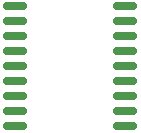
<source format=gbr>
%TF.GenerationSoftware,KiCad,Pcbnew,8.0.2-1*%
%TF.CreationDate,2024-05-16T23:31:01-04:00*%
%TF.ProjectId,ORA_Arduino_ESP_CAN_Shield_Rev_1,4f52415f-4172-4647-9569-6e6f5f455350,rev?*%
%TF.SameCoordinates,Original*%
%TF.FileFunction,Paste,Bot*%
%TF.FilePolarity,Positive*%
%FSLAX46Y46*%
G04 Gerber Fmt 4.6, Leading zero omitted, Abs format (unit mm)*
G04 Created by KiCad (PCBNEW 8.0.2-1) date 2024-05-16 23:31:01*
%MOMM*%
%LPD*%
G01*
G04 APERTURE LIST*
G04 Aperture macros list*
%AMRoundRect*
0 Rectangle with rounded corners*
0 $1 Rounding radius*
0 $2 $3 $4 $5 $6 $7 $8 $9 X,Y pos of 4 corners*
0 Add a 4 corners polygon primitive as box body*
4,1,4,$2,$3,$4,$5,$6,$7,$8,$9,$2,$3,0*
0 Add four circle primitives for the rounded corners*
1,1,$1+$1,$2,$3*
1,1,$1+$1,$4,$5*
1,1,$1+$1,$6,$7*
1,1,$1+$1,$8,$9*
0 Add four rect primitives between the rounded corners*
20,1,$1+$1,$2,$3,$4,$5,0*
20,1,$1+$1,$4,$5,$6,$7,0*
20,1,$1+$1,$6,$7,$8,$9,0*
20,1,$1+$1,$8,$9,$2,$3,0*%
G04 Aperture macros list end*
%ADD10RoundRect,0.150000X0.875000X0.150000X-0.875000X0.150000X-0.875000X-0.150000X0.875000X-0.150000X0*%
G04 APERTURE END LIST*
D10*
%TO.C,U2*%
X37975000Y-57730000D03*
X37975000Y-59000000D03*
X37975000Y-60270000D03*
X37975000Y-61540000D03*
X37975000Y-62810000D03*
X37975000Y-64080000D03*
X37975000Y-65350000D03*
X37975000Y-66620000D03*
X37975000Y-67890000D03*
X28675000Y-67890000D03*
X28675000Y-66620000D03*
X28675000Y-65350000D03*
X28675000Y-64080000D03*
X28675000Y-62810000D03*
X28675000Y-61540000D03*
X28675000Y-60270000D03*
X28675000Y-59000000D03*
X28675000Y-57730000D03*
%TD*%
M02*

</source>
